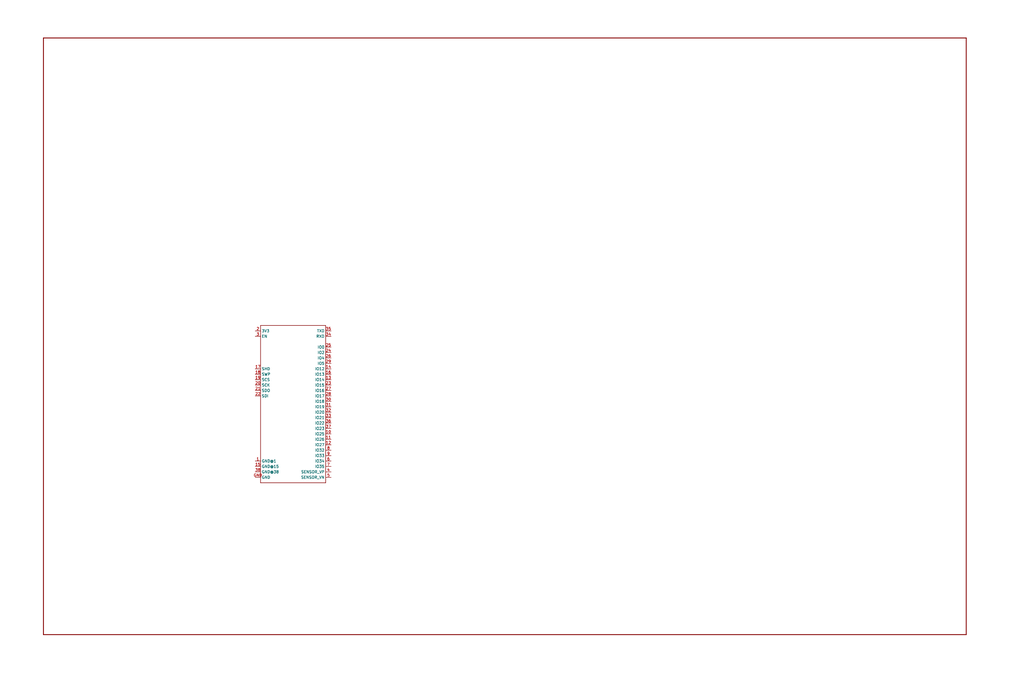
<source format=kicad_sch>
(kicad_sch (version 20230121) (generator eeschema)
  (paper "User" 479.146 317.906)
  (lib_symbols
    (symbol "rebekka-eagle-import:SparkFun-Aesthetics_FRAME-LEDGER"
      (symbol "SparkFun-Aesthetics_FRAME-LEDGER_1_0"
        (polyline (pts (xy 0 0) (xy 0 279.4)) (stroke (width 0.4064)))
        (polyline (pts (xy 0 279.4) (xy 431.8 279.4)) (stroke (width 0.4064)))
        (polyline (pts (xy 431.8 0) (xy 0 0)) (stroke (width 0.4064)))
        (polyline (pts (xy 431.8 279.4) (xy 431.8 0)) (stroke (width 0.4064)))
      )
      (symbol "SparkFun-Aesthetics_FRAME-LEDGER_2_0"
        (polyline (pts (xy 0 0) (xy 0 5.08)) (stroke (width 0.254)))
        (polyline (pts (xy 0 0) (xy 71.12 0)) (stroke (width 0.254)))
        (polyline (pts (xy 0 5.08) (xy 0 15.24)) (stroke (width 0.254)))
        (polyline (pts (xy 0 5.08) (xy 71.12 5.08)) (stroke (width 0.254)))
        (polyline (pts (xy 0 15.24) (xy 0 22.86)) (stroke (width 0.254)))
        (polyline (pts (xy 0 22.86) (xy 0 35.56)) (stroke (width 0.254)))
        (polyline (pts (xy 0 22.86) (xy 101.6 22.86)) (stroke (width 0.254)))
        (polyline (pts (xy 71.12 0) (xy 101.6 0)) (stroke (width 0.254)))
        (polyline (pts (xy 71.12 5.08) (xy 71.12 0)) (stroke (width 0.254)))
        (polyline (pts (xy 71.12 5.08) (xy 87.63 5.08)) (stroke (width 0.254)))
        (polyline (pts (xy 87.63 5.08) (xy 101.6 5.08)) (stroke (width 0.254)))
        (polyline (pts (xy 87.63 15.24) (xy 0 15.24)) (stroke (width 0.254)))
        (polyline (pts (xy 87.63 15.24) (xy 87.63 5.08)) (stroke (width 0.254)))
        (polyline (pts (xy 101.6 5.08) (xy 101.6 0)) (stroke (width 0.254)))
        (polyline (pts (xy 101.6 15.24) (xy 87.63 15.24)) (stroke (width 0.254)))
        (polyline (pts (xy 101.6 15.24) (xy 101.6 5.08)) (stroke (width 0.254)))
        (polyline (pts (xy 101.6 22.86) (xy 101.6 15.24)) (stroke (width 0.254)))
        (polyline (pts (xy 101.6 35.56) (xy 0 35.56)) (stroke (width 0.254)))
        (polyline (pts (xy 101.6 35.56) (xy 101.6 22.86)) (stroke (width 0.254)))
        (text "${#}/${##}" (at 86.36 1.27 0) (effects (font (size 2.54 2.54)) (justify left bottom)))
        (text "${CURRENT_DATE}" (at 12.7 1.27 0) (effects (font (size 2.54 2.54)) (justify left bottom)))
        (text "${PROJECTNAME}" (at 15.494 17.78 0) (effects (font (size 2.7432 2.7432)) (justify left bottom)))
        (text "Attribution Share-Alike 4.0 License" (at 2.54 27.94 0) (effects (font (size 1.9304 1.6408)) (justify left bottom)))
        (text "Date:" (at 1.27 1.27 0) (effects (font (size 2.54 2.54)) (justify left bottom)))
        (text "Design by:" (at 1.27 11.43 0) (effects (font (size 2.54 2.159)) (justify left bottom)))
        (text "https://creativecommons.org/licenses/by-sa/4.0/" (at 2.54 24.13 0) (effects (font (size 1.9304 1.6408)) (justify left bottom)))
        (text "Released under the Creative Commons" (at 2.54 31.75 0) (effects (font (size 1.9304 1.6408)) (justify left bottom)))
        (text "REV:" (at 88.9 11.43 0) (effects (font (size 2.54 2.54)) (justify left bottom)))
        (text "Sheet:" (at 72.39 1.27 0) (effects (font (size 2.54 2.54)) (justify left bottom)))
        (text "TITLE:" (at 1.524 17.78 0) (effects (font (size 2.54 2.54)) (justify left bottom)))
      )
    )
    (symbol "rebekka-eagle-import:SparkFun-RF_ESP-WROOM-32NARROW"
      (symbol "SparkFun-RF_ESP-WROOM-32NARROW_1_0"
        (polyline (pts (xy -15.24 -38.1) (xy -15.24 35.56)) (stroke (width 0.254)))
        (polyline (pts (xy -15.24 35.56) (xy 15.24 35.56)) (stroke (width 0.254)))
        (polyline (pts (xy 15.24 -38.1) (xy -15.24 -38.1)) (stroke (width 0.254)))
        (polyline (pts (xy 15.24 35.56) (xy 15.24 -38.1)) (stroke (width 0.254)))
        (pin bidirectional line (at -17.78 -27.94 0) (length 2.54) (name "GND@1") (number "1"))
        (pin bidirectional line (at 17.78 -15.24 180) (length 2.54) (name "IO25") (number "10"))
        (pin bidirectional line (at 17.78 -17.78 180) (length 2.54) (name "IO26") (number "11"))
        (pin bidirectional line (at 17.78 -20.32 180) (length 2.54) (name "IO27") (number "12"))
        (pin bidirectional line (at 17.78 10.16 180) (length 2.54) (name "IO14") (number "13"))
        (pin bidirectional line (at 17.78 15.24 180) (length 2.54) (name "IO12") (number "14"))
        (pin bidirectional line (at -17.78 -30.48 0) (length 2.54) (name "GND@15") (number "15"))
        (pin bidirectional line (at 17.78 12.7 180) (length 2.54) (name "IO13") (number "16"))
        (pin bidirectional line (at -17.78 15.24 0) (length 2.54) (name "SHD") (number "17"))
        (pin bidirectional line (at -17.78 12.7 0) (length 2.54) (name "SWP") (number "18"))
        (pin bidirectional line (at -17.78 10.16 0) (length 2.54) (name "SCS") (number "19"))
        (pin bidirectional line (at -17.78 33.02 0) (length 2.54) (name "3V3") (number "2"))
        (pin bidirectional line (at -17.78 7.62 0) (length 2.54) (name "SCK") (number "20"))
        (pin bidirectional line (at -17.78 5.08 0) (length 2.54) (name "SDO") (number "21"))
        (pin bidirectional line (at -17.78 2.54 0) (length 2.54) (name "SDI") (number "22"))
        (pin bidirectional line (at 17.78 7.62 180) (length 2.54) (name "IO15") (number "23"))
        (pin bidirectional line (at 17.78 22.86 180) (length 2.54) (name "IO2") (number "24"))
        (pin bidirectional line (at 17.78 25.4 180) (length 2.54) (name "IO0") (number "25"))
        (pin bidirectional line (at 17.78 20.32 180) (length 2.54) (name "IO4") (number "26"))
        (pin bidirectional line (at 17.78 5.08 180) (length 2.54) (name "IO16") (number "27"))
        (pin bidirectional line (at 17.78 2.54 180) (length 2.54) (name "IO17") (number "28"))
        (pin bidirectional line (at 17.78 17.78 180) (length 2.54) (name "IO5") (number "29"))
        (pin bidirectional line (at -17.78 30.48 0) (length 2.54) (name "EN") (number "3"))
        (pin bidirectional line (at 17.78 0 180) (length 2.54) (name "IO18") (number "30"))
        (pin bidirectional line (at 17.78 -2.54 180) (length 2.54) (name "IO19") (number "31"))
        (pin bidirectional line (at 17.78 -5.08 180) (length 2.54) (name "IO20") (number "32"))
        (pin bidirectional line (at 17.78 -7.62 180) (length 2.54) (name "IO21") (number "33"))
        (pin bidirectional line (at 17.78 30.48 180) (length 2.54) (name "RXD") (number "34"))
        (pin bidirectional line (at 17.78 33.02 180) (length 2.54) (name "TXD") (number "35"))
        (pin bidirectional line (at 17.78 -10.16 180) (length 2.54) (name "IO22") (number "36"))
        (pin bidirectional line (at 17.78 -12.7 180) (length 2.54) (name "IO23") (number "37"))
        (pin bidirectional line (at -17.78 -33.02 0) (length 2.54) (name "GND@38") (number "38"))
        (pin bidirectional line (at 17.78 -33.02 180) (length 2.54) (name "SENSOR_VP") (number "4"))
        (pin bidirectional line (at 17.78 -35.56 180) (length 2.54) (name "SENSOR_VN") (number "5"))
        (pin bidirectional line (at 17.78 -27.94 180) (length 2.54) (name "IO34") (number "6"))
        (pin bidirectional line (at 17.78 -30.48 180) (length 2.54) (name "IO35") (number "7"))
        (pin bidirectional line (at 17.78 -22.86 180) (length 2.54) (name "IO32") (number "8"))
        (pin bidirectional line (at 17.78 -25.4 180) (length 2.54) (name "IO33") (number "9"))
        (pin bidirectional line (at -17.78 -35.56 0) (length 2.54) (name "GND") (number "GND"))
      )
    )
  )
  (symbol (lib_id "rebekka-eagle-import:SparkFun-RF_ESP-WROOM-32NARROW") (at 137.16 187.96 0) (unit 1)
    (property "Reference" "U2" (effects hide))
    (property "Value" "ESP-WROOM-32NARROW" (effects hide))
    (property "Footprint" "rebekka:ESP-WROOM-32-NARROW" (effects hide))
    (property "PROD_ID" "IC-13849" (effects hide))
  )
  (symbol (lib_id "rebekka-eagle-import:SparkFun-Aesthetics_FRAME-LEDGER") (at 20.32 297.18 0) (unit 1)
    (property "Reference" "FRAME1" (effects hide))
    (property "Value" "FRAME-LEDGER" (effects hide))
    (property "Footprint" "rebekka:CREATIVE_COMMONS" (effects hide))
  )
)
</source>
